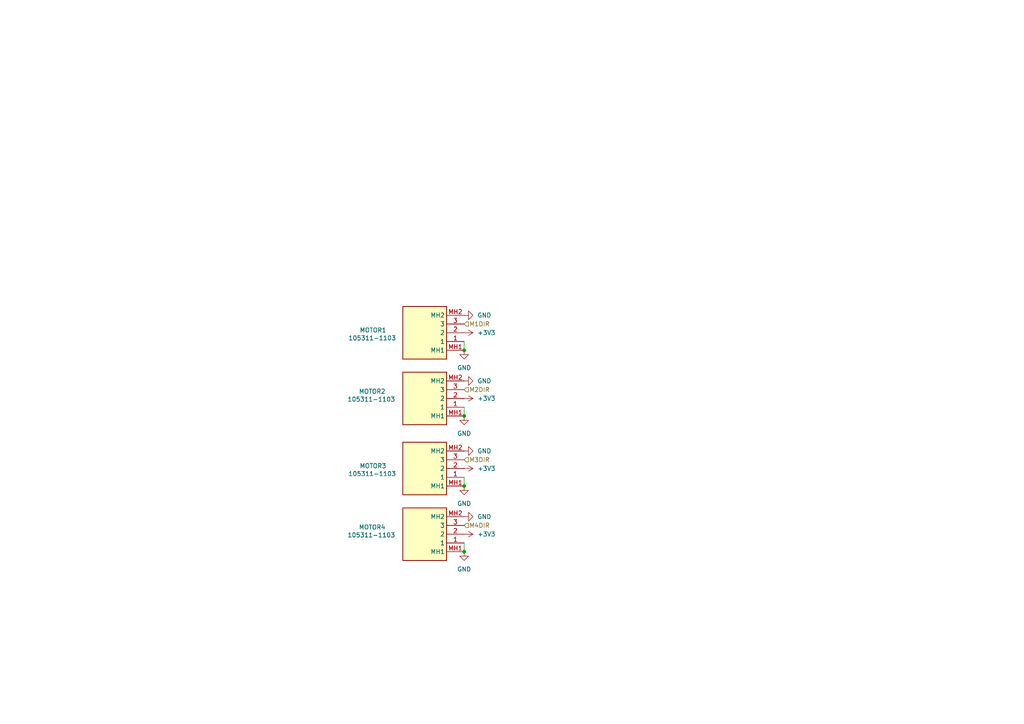
<source format=kicad_sch>
(kicad_sch
	(version 20231120)
	(generator "eeschema")
	(generator_version "8.0")
	(uuid "844f145a-7dfb-47ca-b971-e02bcfb3d6f6")
	(paper "A4")
	(lib_symbols
		(symbol "Library_Loader:105311-1103"
			(exclude_from_sim no)
			(in_bom yes)
			(on_board yes)
			(property "Reference" "J"
				(at 19.05 7.62 0)
				(effects
					(font
						(size 1.27 1.27)
					)
					(justify left top)
				)
			)
			(property "Value" "105311-1103"
				(at 19.05 5.08 0)
				(effects
					(font
						(size 1.27 1.27)
					)
					(justify left top)
				)
			)
			(property "Footprint" "1053111103"
				(at 19.05 -94.92 0)
				(effects
					(font
						(size 1.27 1.27)
					)
					(justify left top)
					(hide yes)
				)
			)
			(property "Datasheet" "https://www.molex.com/pdm_docs/sd/1053111103_sd.pdf"
				(at 19.05 -194.92 0)
				(effects
					(font
						(size 1.27 1.27)
					)
					(justify left top)
					(hide yes)
				)
			)
			(property "Description" "Headers & Wire Housings NANOFIT HDR VT SGL FRK 3CKT TIN BLK"
				(at 0 0 0)
				(effects
					(font
						(size 1.27 1.27)
					)
					(hide yes)
				)
			)
			(property "Height" "10.71"
				(at 19.05 -394.92 0)
				(effects
					(font
						(size 1.27 1.27)
					)
					(justify left top)
					(hide yes)
				)
			)
			(property "Mouser Part Number" "538-105311-1103"
				(at 19.05 -494.92 0)
				(effects
					(font
						(size 1.27 1.27)
					)
					(justify left top)
					(hide yes)
				)
			)
			(property "Mouser Price/Stock" "https://www.mouser.co.uk/ProductDetail/Molex/105311-1103?qs=5aG0NVq1C4wR26wp%2FKUPmg%3D%3D"
				(at 19.05 -594.92 0)
				(effects
					(font
						(size 1.27 1.27)
					)
					(justify left top)
					(hide yes)
				)
			)
			(property "Manufacturer_Name" "Molex"
				(at 19.05 -694.92 0)
				(effects
					(font
						(size 1.27 1.27)
					)
					(justify left top)
					(hide yes)
				)
			)
			(property "Manufacturer_Part_Number" "105311-1103"
				(at 19.05 -794.92 0)
				(effects
					(font
						(size 1.27 1.27)
					)
					(justify left top)
					(hide yes)
				)
			)
			(symbol "105311-1103_1_1"
				(rectangle
					(start 5.08 2.54)
					(end 17.78 -12.7)
					(stroke
						(width 0.254)
						(type default)
					)
					(fill
						(type background)
					)
				)
				(pin passive line
					(at 0 -2.54 0)
					(length 5.08)
					(name "1"
						(effects
							(font
								(size 1.27 1.27)
							)
						)
					)
					(number "1"
						(effects
							(font
								(size 1.27 1.27)
							)
						)
					)
				)
				(pin passive line
					(at 0 -5.08 0)
					(length 5.08)
					(name "2"
						(effects
							(font
								(size 1.27 1.27)
							)
						)
					)
					(number "2"
						(effects
							(font
								(size 1.27 1.27)
							)
						)
					)
				)
				(pin passive line
					(at 0 -7.62 0)
					(length 5.08)
					(name "3"
						(effects
							(font
								(size 1.27 1.27)
							)
						)
					)
					(number "3"
						(effects
							(font
								(size 1.27 1.27)
							)
						)
					)
				)
				(pin passive line
					(at 0 0 0)
					(length 5.08)
					(name "MH1"
						(effects
							(font
								(size 1.27 1.27)
							)
						)
					)
					(number "MH1"
						(effects
							(font
								(size 1.27 1.27)
							)
						)
					)
				)
				(pin passive line
					(at 0 -10.16 0)
					(length 5.08)
					(name "MH2"
						(effects
							(font
								(size 1.27 1.27)
							)
						)
					)
					(number "MH2"
						(effects
							(font
								(size 1.27 1.27)
							)
						)
					)
				)
			)
		)
		(symbol "power:+3V3"
			(power)
			(pin_numbers hide)
			(pin_names
				(offset 0) hide)
			(exclude_from_sim no)
			(in_bom yes)
			(on_board yes)
			(property "Reference" "#PWR"
				(at 0 -3.81 0)
				(effects
					(font
						(size 1.27 1.27)
					)
					(hide yes)
				)
			)
			(property "Value" "+3V3"
				(at 0 3.556 0)
				(effects
					(font
						(size 1.27 1.27)
					)
				)
			)
			(property "Footprint" ""
				(at 0 0 0)
				(effects
					(font
						(size 1.27 1.27)
					)
					(hide yes)
				)
			)
			(property "Datasheet" ""
				(at 0 0 0)
				(effects
					(font
						(size 1.27 1.27)
					)
					(hide yes)
				)
			)
			(property "Description" "Power symbol creates a global label with name \"+3V3\""
				(at 0 0 0)
				(effects
					(font
						(size 1.27 1.27)
					)
					(hide yes)
				)
			)
			(property "ki_keywords" "global power"
				(at 0 0 0)
				(effects
					(font
						(size 1.27 1.27)
					)
					(hide yes)
				)
			)
			(symbol "+3V3_0_1"
				(polyline
					(pts
						(xy -0.762 1.27) (xy 0 2.54)
					)
					(stroke
						(width 0)
						(type default)
					)
					(fill
						(type none)
					)
				)
				(polyline
					(pts
						(xy 0 0) (xy 0 2.54)
					)
					(stroke
						(width 0)
						(type default)
					)
					(fill
						(type none)
					)
				)
				(polyline
					(pts
						(xy 0 2.54) (xy 0.762 1.27)
					)
					(stroke
						(width 0)
						(type default)
					)
					(fill
						(type none)
					)
				)
			)
			(symbol "+3V3_1_1"
				(pin power_in line
					(at 0 0 90)
					(length 0)
					(name "~"
						(effects
							(font
								(size 1.27 1.27)
							)
						)
					)
					(number "1"
						(effects
							(font
								(size 1.27 1.27)
							)
						)
					)
				)
			)
		)
		(symbol "power:GND"
			(power)
			(pin_numbers hide)
			(pin_names
				(offset 0) hide)
			(exclude_from_sim no)
			(in_bom yes)
			(on_board yes)
			(property "Reference" "#PWR"
				(at 0 -6.35 0)
				(effects
					(font
						(size 1.27 1.27)
					)
					(hide yes)
				)
			)
			(property "Value" "GND"
				(at 0 -3.81 0)
				(effects
					(font
						(size 1.27 1.27)
					)
				)
			)
			(property "Footprint" ""
				(at 0 0 0)
				(effects
					(font
						(size 1.27 1.27)
					)
					(hide yes)
				)
			)
			(property "Datasheet" ""
				(at 0 0 0)
				(effects
					(font
						(size 1.27 1.27)
					)
					(hide yes)
				)
			)
			(property "Description" "Power symbol creates a global label with name \"GND\" , ground"
				(at 0 0 0)
				(effects
					(font
						(size 1.27 1.27)
					)
					(hide yes)
				)
			)
			(property "ki_keywords" "global power"
				(at 0 0 0)
				(effects
					(font
						(size 1.27 1.27)
					)
					(hide yes)
				)
			)
			(symbol "GND_0_1"
				(polyline
					(pts
						(xy 0 0) (xy 0 -1.27) (xy 1.27 -1.27) (xy 0 -2.54) (xy -1.27 -1.27) (xy 0 -1.27)
					)
					(stroke
						(width 0)
						(type default)
					)
					(fill
						(type none)
					)
				)
			)
			(symbol "GND_1_1"
				(pin power_in line
					(at 0 0 270)
					(length 0)
					(name "~"
						(effects
							(font
								(size 1.27 1.27)
							)
						)
					)
					(number "1"
						(effects
							(font
								(size 1.27 1.27)
							)
						)
					)
				)
			)
		)
	)
	(junction
		(at 134.62 140.97)
		(diameter 0)
		(color 0 0 0 0)
		(uuid "1b520dde-01e3-476a-973b-964ec630f4f1")
	)
	(junction
		(at 134.62 120.65)
		(diameter 0)
		(color 0 0 0 0)
		(uuid "6c80f6d9-4831-4fc3-97d6-ec49107e736e")
	)
	(junction
		(at 134.62 101.6)
		(diameter 0)
		(color 0 0 0 0)
		(uuid "c223ab21-1c17-4b1b-b62d-c08cbc953a11")
	)
	(junction
		(at 134.62 160.02)
		(diameter 0)
		(color 0 0 0 0)
		(uuid "d15b00b0-41e3-4613-ac7e-0de1c258e710")
	)
	(wire
		(pts
			(xy 134.62 118.11) (xy 134.62 120.65)
		)
		(stroke
			(width 0)
			(type default)
		)
		(uuid "38e41623-6bd4-465a-a843-012409743567")
	)
	(wire
		(pts
			(xy 134.62 138.43) (xy 134.62 140.97)
		)
		(stroke
			(width 0)
			(type default)
		)
		(uuid "ad7e0e79-90f6-41fc-ac0c-7562634fd0b4")
	)
	(wire
		(pts
			(xy 134.62 157.48) (xy 134.62 160.02)
		)
		(stroke
			(width 0)
			(type default)
		)
		(uuid "db36c661-482a-46a4-93cd-7eadcf8e6c2d")
	)
	(wire
		(pts
			(xy 134.62 99.06) (xy 134.62 101.6)
		)
		(stroke
			(width 0)
			(type default)
		)
		(uuid "dc81741a-e21d-4223-b6e8-47e637bc9cc1")
	)
	(hierarchical_label "M4DIR"
		(shape input)
		(at 134.62 152.4 0)
		(fields_autoplaced yes)
		(effects
			(font
				(size 1.27 1.27)
			)
			(justify left)
		)
		(uuid "38def043-3038-4273-96cf-f231ae3ac15a")
	)
	(hierarchical_label "M1DIR"
		(shape input)
		(at 134.62 93.98 0)
		(fields_autoplaced yes)
		(effects
			(font
				(size 1.27 1.27)
			)
			(justify left)
		)
		(uuid "7a2eb616-3b2d-4f1a-91dc-de8bb2e20c32")
	)
	(hierarchical_label "M2DIR"
		(shape input)
		(at 134.62 113.03 0)
		(fields_autoplaced yes)
		(effects
			(font
				(size 1.27 1.27)
			)
			(justify left)
		)
		(uuid "85179028-f5b6-4a17-9a08-74222de7261c")
	)
	(hierarchical_label "M3DIR"
		(shape input)
		(at 134.62 133.35 0)
		(fields_autoplaced yes)
		(effects
			(font
				(size 1.27 1.27)
			)
			(justify left)
		)
		(uuid "b67b3dd6-2ad8-4ec1-b5af-26b621476105")
	)
	(symbol
		(lib_id "power:GND")
		(at 134.62 110.49 90)
		(unit 1)
		(exclude_from_sim no)
		(in_bom yes)
		(on_board yes)
		(dnp no)
		(fields_autoplaced yes)
		(uuid "14b0cab2-25fa-47a0-bb3c-b28525e8d06d")
		(property "Reference" "#PWR049"
			(at 140.97 110.49 0)
			(effects
				(font
					(size 1.27 1.27)
				)
				(hide yes)
			)
		)
		(property "Value" "GND"
			(at 138.43 110.4899 90)
			(effects
				(font
					(size 1.27 1.27)
				)
				(justify right)
			)
		)
		(property "Footprint" ""
			(at 134.62 110.49 0)
			(effects
				(font
					(size 1.27 1.27)
				)
				(hide yes)
			)
		)
		(property "Datasheet" ""
			(at 134.62 110.49 0)
			(effects
				(font
					(size 1.27 1.27)
				)
				(hide yes)
			)
		)
		(property "Description" "Power symbol creates a global label with name \"GND\" , ground"
			(at 134.62 110.49 0)
			(effects
				(font
					(size 1.27 1.27)
				)
				(hide yes)
			)
		)
		(pin "1"
			(uuid "71606e45-94f7-4478-84da-7dbba8247bce")
		)
		(instances
			(project "PCB_CDFR"
				(path "/3c3cb7cd-e8cc-430c-ac5b-45b76eff6266/4f698517-52b8-4278-99f7-d5d08d8bed77"
					(reference "#PWR049")
					(unit 1)
				)
			)
		)
	)
	(symbol
		(lib_id "power:+3V3")
		(at 134.62 135.89 270)
		(unit 1)
		(exclude_from_sim no)
		(in_bom yes)
		(on_board yes)
		(dnp no)
		(fields_autoplaced yes)
		(uuid "1b671bb2-8b61-44fb-a3ca-0cc541e35975")
		(property "Reference" "#PWR071"
			(at 130.81 135.89 0)
			(effects
				(font
					(size 1.27 1.27)
				)
				(hide yes)
			)
		)
		(property "Value" "+3V3"
			(at 138.43 135.8899 90)
			(effects
				(font
					(size 1.27 1.27)
				)
				(justify left)
			)
		)
		(property "Footprint" ""
			(at 134.62 135.89 0)
			(effects
				(font
					(size 1.27 1.27)
				)
				(hide yes)
			)
		)
		(property "Datasheet" ""
			(at 134.62 135.89 0)
			(effects
				(font
					(size 1.27 1.27)
				)
				(hide yes)
			)
		)
		(property "Description" "Power symbol creates a global label with name \"+3V3\""
			(at 134.62 135.89 0)
			(effects
				(font
					(size 1.27 1.27)
				)
				(hide yes)
			)
		)
		(pin "1"
			(uuid "ded34459-68de-4255-b191-cd5feb1dbbc9")
		)
		(instances
			(project "PCB_CDFR"
				(path "/3c3cb7cd-e8cc-430c-ac5b-45b76eff6266/4f698517-52b8-4278-99f7-d5d08d8bed77"
					(reference "#PWR071")
					(unit 1)
				)
			)
		)
	)
	(symbol
		(lib_id "power:GND")
		(at 134.62 140.97 0)
		(unit 1)
		(exclude_from_sim no)
		(in_bom yes)
		(on_board yes)
		(dnp no)
		(fields_autoplaced yes)
		(uuid "3d70bed4-43cb-4ede-bc38-59b611a00f44")
		(property "Reference" "#PWR031"
			(at 134.62 147.32 0)
			(effects
				(font
					(size 1.27 1.27)
				)
				(hide yes)
			)
		)
		(property "Value" "GND"
			(at 134.62 146.05 0)
			(effects
				(font
					(size 1.27 1.27)
				)
			)
		)
		(property "Footprint" ""
			(at 134.62 140.97 0)
			(effects
				(font
					(size 1.27 1.27)
				)
				(hide yes)
			)
		)
		(property "Datasheet" ""
			(at 134.62 140.97 0)
			(effects
				(font
					(size 1.27 1.27)
				)
				(hide yes)
			)
		)
		(property "Description" "Power symbol creates a global label with name \"GND\" , ground"
			(at 134.62 140.97 0)
			(effects
				(font
					(size 1.27 1.27)
				)
				(hide yes)
			)
		)
		(pin "1"
			(uuid "c468f231-82d4-4e8a-9358-99daf4e2dcc8")
		)
		(instances
			(project "PCB_CDFR"
				(path "/3c3cb7cd-e8cc-430c-ac5b-45b76eff6266/4f698517-52b8-4278-99f7-d5d08d8bed77"
					(reference "#PWR031")
					(unit 1)
				)
			)
		)
	)
	(symbol
		(lib_id "power:GND")
		(at 134.62 149.86 90)
		(unit 1)
		(exclude_from_sim no)
		(in_bom yes)
		(on_board yes)
		(dnp no)
		(fields_autoplaced yes)
		(uuid "4466a905-7d63-4641-b08b-1ef053ec8f24")
		(property "Reference" "#PWR033"
			(at 140.97 149.86 0)
			(effects
				(font
					(size 1.27 1.27)
				)
				(hide yes)
			)
		)
		(property "Value" "GND"
			(at 138.43 149.8599 90)
			(effects
				(font
					(size 1.27 1.27)
				)
				(justify right)
			)
		)
		(property "Footprint" ""
			(at 134.62 149.86 0)
			(effects
				(font
					(size 1.27 1.27)
				)
				(hide yes)
			)
		)
		(property "Datasheet" ""
			(at 134.62 149.86 0)
			(effects
				(font
					(size 1.27 1.27)
				)
				(hide yes)
			)
		)
		(property "Description" "Power symbol creates a global label with name \"GND\" , ground"
			(at 134.62 149.86 0)
			(effects
				(font
					(size 1.27 1.27)
				)
				(hide yes)
			)
		)
		(pin "1"
			(uuid "dfdd3f41-3c5d-47f1-9a84-b7e1f7b85717")
		)
		(instances
			(project "PCB_CDFR"
				(path "/3c3cb7cd-e8cc-430c-ac5b-45b76eff6266/4f698517-52b8-4278-99f7-d5d08d8bed77"
					(reference "#PWR033")
					(unit 1)
				)
			)
		)
	)
	(symbol
		(lib_id "Library_Loader:105311-1103")
		(at 134.62 160.02 180)
		(unit 1)
		(exclude_from_sim no)
		(in_bom yes)
		(on_board yes)
		(dnp no)
		(uuid "4e344cdb-6e03-46ef-a2e5-9ca70b90a0a3")
		(property "Reference" "MOTOR4"
			(at 107.95 152.908 0)
			(effects
				(font
					(size 1.27 1.27)
				)
			)
		)
		(property "Value" "105311-1103"
			(at 107.696 155.194 0)
			(effects
				(font
					(size 1.27 1.27)
				)
			)
		)
		(property "Footprint" "Library_Loader:1053111103"
			(at 115.57 65.1 0)
			(effects
				(font
					(size 1.27 1.27)
				)
				(justify left top)
				(hide yes)
			)
		)
		(property "Datasheet" "https://www.molex.com/pdm_docs/sd/1053111103_sd.pdf"
			(at 115.57 -34.9 0)
			(effects
				(font
					(size 1.27 1.27)
				)
				(justify left top)
				(hide yes)
			)
		)
		(property "Description" "Headers & Wire Housings NANOFIT HDR VT SGL FRK 3CKT TIN BLK"
			(at 134.62 160.02 0)
			(effects
				(font
					(size 1.27 1.27)
				)
				(hide yes)
			)
		)
		(property "Height" "10.71"
			(at 115.57 -234.9 0)
			(effects
				(font
					(size 1.27 1.27)
				)
				(justify left top)
				(hide yes)
			)
		)
		(property "Mouser Part Number" "538-105311-1103"
			(at 115.57 -334.9 0)
			(effects
				(font
					(size 1.27 1.27)
				)
				(justify left top)
				(hide yes)
			)
		)
		(property "Mouser Price/Stock" "https://www.mouser.co.uk/ProductDetail/Molex/105311-1103?qs=5aG0NVq1C4wR26wp%2FKUPmg%3D%3D"
			(at 115.57 -434.9 0)
			(effects
				(font
					(size 1.27 1.27)
				)
				(justify left top)
				(hide yes)
			)
		)
		(property "Manufacturer_Name" "Molex"
			(at 115.57 -534.9 0)
			(effects
				(font
					(size 1.27 1.27)
				)
				(justify left top)
				(hide yes)
			)
		)
		(property "Manufacturer_Part_Number" "105311-1103"
			(at 115.57 -634.9 0)
			(effects
				(font
					(size 1.27 1.27)
				)
				(justify left top)
				(hide yes)
			)
		)
		(pin "3"
			(uuid "cb6d529b-28a7-46d4-83c0-27ac5a9e7680")
		)
		(pin "MH2"
			(uuid "a8bb3be4-ab1f-429c-bd26-4b1f73253d19")
		)
		(pin "1"
			(uuid "e181658d-f8d4-45a7-b9e4-15f8b06bbb84")
		)
		(pin "2"
			(uuid "006c673d-747f-4a39-9cfe-5dfe2b49c506")
		)
		(pin "MH1"
			(uuid "dab1cd42-4a15-4ac8-acf9-5e5b68467cab")
		)
		(instances
			(project "PCB_CDFR"
				(path "/3c3cb7cd-e8cc-430c-ac5b-45b76eff6266/4f698517-52b8-4278-99f7-d5d08d8bed77"
					(reference "MOTOR4")
					(unit 1)
				)
			)
		)
	)
	(symbol
		(lib_id "power:+3V3")
		(at 134.62 96.52 270)
		(unit 1)
		(exclude_from_sim no)
		(in_bom yes)
		(on_board yes)
		(dnp no)
		(fields_autoplaced yes)
		(uuid "5856ba69-f19c-4a46-825f-497aa34e60df")
		(property "Reference" "#PWR018"
			(at 130.81 96.52 0)
			(effects
				(font
					(size 1.27 1.27)
				)
				(hide yes)
			)
		)
		(property "Value" "+3V3"
			(at 138.43 96.5199 90)
			(effects
				(font
					(size 1.27 1.27)
				)
				(justify left)
			)
		)
		(property "Footprint" ""
			(at 134.62 96.52 0)
			(effects
				(font
					(size 1.27 1.27)
				)
				(hide yes)
			)
		)
		(property "Datasheet" ""
			(at 134.62 96.52 0)
			(effects
				(font
					(size 1.27 1.27)
				)
				(hide yes)
			)
		)
		(property "Description" "Power symbol creates a global label with name \"+3V3\""
			(at 134.62 96.52 0)
			(effects
				(font
					(size 1.27 1.27)
				)
				(hide yes)
			)
		)
		(pin "1"
			(uuid "9ab099dc-978a-4be7-8179-088f55a28dd4")
		)
		(instances
			(project ""
				(path "/3c3cb7cd-e8cc-430c-ac5b-45b76eff6266/4f698517-52b8-4278-99f7-d5d08d8bed77"
					(reference "#PWR018")
					(unit 1)
				)
			)
		)
	)
	(symbol
		(lib_id "Library_Loader:105311-1103")
		(at 134.62 140.97 180)
		(unit 1)
		(exclude_from_sim no)
		(in_bom yes)
		(on_board yes)
		(dnp no)
		(uuid "591248a5-0e70-41e8-9b08-52263afbbfb7")
		(property "Reference" "MOTOR3"
			(at 108.204 135.128 0)
			(effects
				(font
					(size 1.27 1.27)
				)
			)
		)
		(property "Value" "105311-1103"
			(at 107.95 137.414 0)
			(effects
				(font
					(size 1.27 1.27)
				)
			)
		)
		(property "Footprint" "Library_Loader:1053111103"
			(at 115.57 46.05 0)
			(effects
				(font
					(size 1.27 1.27)
				)
				(justify left top)
				(hide yes)
			)
		)
		(property "Datasheet" "https://www.molex.com/pdm_docs/sd/1053111103_sd.pdf"
			(at 115.57 -53.95 0)
			(effects
				(font
					(size 1.27 1.27)
				)
				(justify left top)
				(hide yes)
			)
		)
		(property "Description" "Headers & Wire Housings NANOFIT HDR VT SGL FRK 3CKT TIN BLK"
			(at 134.62 140.97 0)
			(effects
				(font
					(size 1.27 1.27)
				)
				(hide yes)
			)
		)
		(property "Height" "10.71"
			(at 115.57 -253.95 0)
			(effects
				(font
					(size 1.27 1.27)
				)
				(justify left top)
				(hide yes)
			)
		)
		(property "Mouser Part Number" "538-105311-1103"
			(at 115.57 -353.95 0)
			(effects
				(font
					(size 1.27 1.27)
				)
				(justify left top)
				(hide yes)
			)
		)
		(property "Mouser Price/Stock" "https://www.mouser.co.uk/ProductDetail/Molex/105311-1103?qs=5aG0NVq1C4wR26wp%2FKUPmg%3D%3D"
			(at 115.57 -453.95 0)
			(effects
				(font
					(size 1.27 1.27)
				)
				(justify left top)
				(hide yes)
			)
		)
		(property "Manufacturer_Name" "Molex"
			(at 115.57 -553.95 0)
			(effects
				(font
					(size 1.27 1.27)
				)
				(justify left top)
				(hide yes)
			)
		)
		(property "Manufacturer_Part_Number" "105311-1103"
			(at 115.57 -653.95 0)
			(effects
				(font
					(size 1.27 1.27)
				)
				(justify left top)
				(hide yes)
			)
		)
		(pin "3"
			(uuid "6ffed3be-c922-449c-85a6-cf439f45bf70")
		)
		(pin "MH2"
			(uuid "ad41a89d-4d96-4cc2-a813-85dbd9c69af0")
		)
		(pin "1"
			(uuid "e1197941-a642-4ffd-8ef7-0de851ecd28c")
		)
		(pin "2"
			(uuid "a1b3575d-c0da-4d6d-ae48-0f2aad25da8d")
		)
		(pin "MH1"
			(uuid "3ba46ee6-f310-4e61-b3a7-05b0359d7d77")
		)
		(instances
			(project "PCB_CDFR"
				(path "/3c3cb7cd-e8cc-430c-ac5b-45b76eff6266/4f698517-52b8-4278-99f7-d5d08d8bed77"
					(reference "MOTOR3")
					(unit 1)
				)
			)
		)
	)
	(symbol
		(lib_id "power:GND")
		(at 134.62 130.81 90)
		(unit 1)
		(exclude_from_sim no)
		(in_bom yes)
		(on_board yes)
		(dnp no)
		(fields_autoplaced yes)
		(uuid "6486b365-beb8-495e-8bf8-7c97efe87439")
		(property "Reference" "#PWR030"
			(at 140.97 130.81 0)
			(effects
				(font
					(size 1.27 1.27)
				)
				(hide yes)
			)
		)
		(property "Value" "GND"
			(at 138.43 130.8099 90)
			(effects
				(font
					(size 1.27 1.27)
				)
				(justify right)
			)
		)
		(property "Footprint" ""
			(at 134.62 130.81 0)
			(effects
				(font
					(size 1.27 1.27)
				)
				(hide yes)
			)
		)
		(property "Datasheet" ""
			(at 134.62 130.81 0)
			(effects
				(font
					(size 1.27 1.27)
				)
				(hide yes)
			)
		)
		(property "Description" "Power symbol creates a global label with name \"GND\" , ground"
			(at 134.62 130.81 0)
			(effects
				(font
					(size 1.27 1.27)
				)
				(hide yes)
			)
		)
		(pin "1"
			(uuid "4a36b855-d71a-4fbd-9146-2069df4bde69")
		)
		(instances
			(project "PCB_CDFR"
				(path "/3c3cb7cd-e8cc-430c-ac5b-45b76eff6266/4f698517-52b8-4278-99f7-d5d08d8bed77"
					(reference "#PWR030")
					(unit 1)
				)
			)
		)
	)
	(symbol
		(lib_id "power:GND")
		(at 134.62 91.44 90)
		(unit 1)
		(exclude_from_sim no)
		(in_bom yes)
		(on_board yes)
		(dnp no)
		(fields_autoplaced yes)
		(uuid "77dd1137-e9ec-4f76-8c61-0ee42ca6e630")
		(property "Reference" "#PWR047"
			(at 140.97 91.44 0)
			(effects
				(font
					(size 1.27 1.27)
				)
				(hide yes)
			)
		)
		(property "Value" "GND"
			(at 138.43 91.4399 90)
			(effects
				(font
					(size 1.27 1.27)
				)
				(justify right)
			)
		)
		(property "Footprint" ""
			(at 134.62 91.44 0)
			(effects
				(font
					(size 1.27 1.27)
				)
				(hide yes)
			)
		)
		(property "Datasheet" ""
			(at 134.62 91.44 0)
			(effects
				(font
					(size 1.27 1.27)
				)
				(hide yes)
			)
		)
		(property "Description" "Power symbol creates a global label with name \"GND\" , ground"
			(at 134.62 91.44 0)
			(effects
				(font
					(size 1.27 1.27)
				)
				(hide yes)
			)
		)
		(pin "1"
			(uuid "4106d8e2-d4ce-4830-aa5b-7d85cb39a0f9")
		)
		(instances
			(project "PCB_CDFR"
				(path "/3c3cb7cd-e8cc-430c-ac5b-45b76eff6266/4f698517-52b8-4278-99f7-d5d08d8bed77"
					(reference "#PWR047")
					(unit 1)
				)
			)
		)
	)
	(symbol
		(lib_id "Library_Loader:105311-1103")
		(at 134.62 120.65 180)
		(unit 1)
		(exclude_from_sim no)
		(in_bom yes)
		(on_board yes)
		(dnp no)
		(uuid "7f51777f-24f4-48d0-8b8b-298a7e426022")
		(property "Reference" "MOTOR2"
			(at 107.95 113.538 0)
			(effects
				(font
					(size 1.27 1.27)
				)
			)
		)
		(property "Value" "105311-1103"
			(at 107.696 115.824 0)
			(effects
				(font
					(size 1.27 1.27)
				)
			)
		)
		(property "Footprint" "Library_Loader:1053111103"
			(at 115.57 25.73 0)
			(effects
				(font
					(size 1.27 1.27)
				)
				(justify left top)
				(hide yes)
			)
		)
		(property "Datasheet" "https://www.molex.com/pdm_docs/sd/1053111103_sd.pdf"
			(at 115.57 -74.27 0)
			(effects
				(font
					(size 1.27 1.27)
				)
				(justify left top)
				(hide yes)
			)
		)
		(property "Description" "Headers & Wire Housings NANOFIT HDR VT SGL FRK 3CKT TIN BLK"
			(at 134.62 120.65 0)
			(effects
				(font
					(size 1.27 1.27)
				)
				(hide yes)
			)
		)
		(property "Height" "10.71"
			(at 115.57 -274.27 0)
			(effects
				(font
					(size 1.27 1.27)
				)
				(justify left top)
				(hide yes)
			)
		)
		(property "Mouser Part Number" "538-105311-1103"
			(at 115.57 -374.27 0)
			(effects
				(font
					(size 1.27 1.27)
				)
				(justify left top)
				(hide yes)
			)
		)
		(property "Mouser Price/Stock" "https://www.mouser.co.uk/ProductDetail/Molex/105311-1103?qs=5aG0NVq1C4wR26wp%2FKUPmg%3D%3D"
			(at 115.57 -474.27 0)
			(effects
				(font
					(size 1.27 1.27)
				)
				(justify left top)
				(hide yes)
			)
		)
		(property "Manufacturer_Name" "Molex"
			(at 115.57 -574.27 0)
			(effects
				(font
					(size 1.27 1.27)
				)
				(justify left top)
				(hide yes)
			)
		)
		(property "Manufacturer_Part_Number" "105311-1103"
			(at 115.57 -674.27 0)
			(effects
				(font
					(size 1.27 1.27)
				)
				(justify left top)
				(hide yes)
			)
		)
		(pin "3"
			(uuid "43e3ace1-7cc7-453d-8cbd-6842427c7b35")
		)
		(pin "MH2"
			(uuid "ac7a64e7-1b9b-4ba4-ac96-a96a49b9fff8")
		)
		(pin "1"
			(uuid "45ae8736-ca23-411b-9942-96d55ef7e49b")
		)
		(pin "2"
			(uuid "357fa037-7a99-4c6b-b41a-8f97949774b6")
		)
		(pin "MH1"
			(uuid "ddfdb13f-bb12-422f-a24b-2d08899e0ac0")
		)
		(instances
			(project "PCB_CDFR"
				(path "/3c3cb7cd-e8cc-430c-ac5b-45b76eff6266/4f698517-52b8-4278-99f7-d5d08d8bed77"
					(reference "MOTOR2")
					(unit 1)
				)
			)
		)
	)
	(symbol
		(lib_id "power:+3V3")
		(at 134.62 115.57 270)
		(unit 1)
		(exclude_from_sim no)
		(in_bom yes)
		(on_board yes)
		(dnp no)
		(fields_autoplaced yes)
		(uuid "8c2fb449-5696-4054-b40f-bf90016c1097")
		(property "Reference" "#PWR09"
			(at 130.81 115.57 0)
			(effects
				(font
					(size 1.27 1.27)
				)
				(hide yes)
			)
		)
		(property "Value" "+3V3"
			(at 138.43 115.5699 90)
			(effects
				(font
					(size 1.27 1.27)
				)
				(justify left)
			)
		)
		(property "Footprint" ""
			(at 134.62 115.57 0)
			(effects
				(font
					(size 1.27 1.27)
				)
				(hide yes)
			)
		)
		(property "Datasheet" ""
			(at 134.62 115.57 0)
			(effects
				(font
					(size 1.27 1.27)
				)
				(hide yes)
			)
		)
		(property "Description" "Power symbol creates a global label with name \"+3V3\""
			(at 134.62 115.57 0)
			(effects
				(font
					(size 1.27 1.27)
				)
				(hide yes)
			)
		)
		(pin "1"
			(uuid "40059936-2e2c-47d4-af44-9baf763ef47c")
		)
		(instances
			(project "PCB_CDFR"
				(path "/3c3cb7cd-e8cc-430c-ac5b-45b76eff6266/4f698517-52b8-4278-99f7-d5d08d8bed77"
					(reference "#PWR09")
					(unit 1)
				)
			)
		)
	)
	(symbol
		(lib_id "power:GND")
		(at 134.62 120.65 0)
		(unit 1)
		(exclude_from_sim no)
		(in_bom yes)
		(on_board yes)
		(dnp no)
		(fields_autoplaced yes)
		(uuid "9d62bbea-5972-43f7-b16e-081508d10e1a")
		(property "Reference" "#PWR050"
			(at 134.62 127 0)
			(effects
				(font
					(size 1.27 1.27)
				)
				(hide yes)
			)
		)
		(property "Value" "GND"
			(at 134.62 125.73 0)
			(effects
				(font
					(size 1.27 1.27)
				)
			)
		)
		(property "Footprint" ""
			(at 134.62 120.65 0)
			(effects
				(font
					(size 1.27 1.27)
				)
				(hide yes)
			)
		)
		(property "Datasheet" ""
			(at 134.62 120.65 0)
			(effects
				(font
					(size 1.27 1.27)
				)
				(hide yes)
			)
		)
		(property "Description" "Power symbol creates a global label with name \"GND\" , ground"
			(at 134.62 120.65 0)
			(effects
				(font
					(size 1.27 1.27)
				)
				(hide yes)
			)
		)
		(pin "1"
			(uuid "d50d04dd-5665-4aa8-8833-0d4ad634cddc")
		)
		(instances
			(project "PCB_CDFR"
				(path "/3c3cb7cd-e8cc-430c-ac5b-45b76eff6266/4f698517-52b8-4278-99f7-d5d08d8bed77"
					(reference "#PWR050")
					(unit 1)
				)
			)
		)
	)
	(symbol
		(lib_id "Library_Loader:105311-1103")
		(at 134.62 101.6 180)
		(unit 1)
		(exclude_from_sim no)
		(in_bom yes)
		(on_board yes)
		(dnp no)
		(uuid "a922e2a9-ae08-41cf-8b89-13f03b67597b")
		(property "Reference" "MOTOR1"
			(at 108.204 95.758 0)
			(effects
				(font
					(size 1.27 1.27)
				)
			)
		)
		(property "Value" "105311-1103"
			(at 107.95 98.044 0)
			(effects
				(font
					(size 1.27 1.27)
				)
			)
		)
		(property "Footprint" "Library_Loader:1053111103"
			(at 115.57 6.68 0)
			(effects
				(font
					(size 1.27 1.27)
				)
				(justify left top)
				(hide yes)
			)
		)
		(property "Datasheet" "https://www.molex.com/pdm_docs/sd/1053111103_sd.pdf"
			(at 115.57 -93.32 0)
			(effects
				(font
					(size 1.27 1.27)
				)
				(justify left top)
				(hide yes)
			)
		)
		(property "Description" "Headers & Wire Housings NANOFIT HDR VT SGL FRK 3CKT TIN BLK"
			(at 134.62 101.6 0)
			(effects
				(font
					(size 1.27 1.27)
				)
				(hide yes)
			)
		)
		(property "Height" "10.71"
			(at 115.57 -293.32 0)
			(effects
				(font
					(size 1.27 1.27)
				)
				(justify left top)
				(hide yes)
			)
		)
		(property "Mouser Part Number" "538-105311-1103"
			(at 115.57 -393.32 0)
			(effects
				(font
					(size 1.27 1.27)
				)
				(justify left top)
				(hide yes)
			)
		)
		(property "Mouser Price/Stock" "https://www.mouser.co.uk/ProductDetail/Molex/105311-1103?qs=5aG0NVq1C4wR26wp%2FKUPmg%3D%3D"
			(at 115.57 -493.32 0)
			(effects
				(font
					(size 1.27 1.27)
				)
				(justify left top)
				(hide yes)
			)
		)
		(property "Manufacturer_Name" "Molex"
			(at 115.57 -593.32 0)
			(effects
				(font
					(size 1.27 1.27)
				)
				(justify left top)
				(hide yes)
			)
		)
		(property "Manufacturer_Part_Number" "105311-1103"
			(at 115.57 -693.32 0)
			(effects
				(font
					(size 1.27 1.27)
				)
				(justify left top)
				(hide yes)
			)
		)
		(pin "3"
			(uuid "c1e8df5b-179c-4b77-af8c-a83144ecd9c2")
		)
		(pin "MH2"
			(uuid "bc2eee05-1206-4cad-9d0d-b9ee9cd320b7")
		)
		(pin "1"
			(uuid "41a9a9e0-dc77-4184-a0e7-1d056fc4eb1c")
		)
		(pin "2"
			(uuid "443b83c0-caef-460a-8855-e78057298ae1")
		)
		(pin "MH1"
			(uuid "49f2babc-f9fa-4c8f-b1ef-c675dc8c1381")
		)
		(instances
			(project "PCB_CDFR"
				(path "/3c3cb7cd-e8cc-430c-ac5b-45b76eff6266/4f698517-52b8-4278-99f7-d5d08d8bed77"
					(reference "MOTOR1")
					(unit 1)
				)
			)
		)
	)
	(symbol
		(lib_id "power:+3V3")
		(at 134.62 154.94 270)
		(unit 1)
		(exclude_from_sim no)
		(in_bom yes)
		(on_board yes)
		(dnp no)
		(fields_autoplaced yes)
		(uuid "b530e9ba-241c-49d0-98dd-2b94d95e1c30")
		(property "Reference" "#PWR072"
			(at 130.81 154.94 0)
			(effects
				(font
					(size 1.27 1.27)
				)
				(hide yes)
			)
		)
		(property "Value" "+3V3"
			(at 138.43 154.9399 90)
			(effects
				(font
					(size 1.27 1.27)
				)
				(justify left)
			)
		)
		(property "Footprint" ""
			(at 134.62 154.94 0)
			(effects
				(font
					(size 1.27 1.27)
				)
				(hide yes)
			)
		)
		(property "Datasheet" ""
			(at 134.62 154.94 0)
			(effects
				(font
					(size 1.27 1.27)
				)
				(hide yes)
			)
		)
		(property "Description" "Power symbol creates a global label with name \"+3V3\""
			(at 134.62 154.94 0)
			(effects
				(font
					(size 1.27 1.27)
				)
				(hide yes)
			)
		)
		(pin "1"
			(uuid "a85a7cec-ee1f-4b16-b5d4-c7ec73c0c35b")
		)
		(instances
			(project "PCB_CDFR"
				(path "/3c3cb7cd-e8cc-430c-ac5b-45b76eff6266/4f698517-52b8-4278-99f7-d5d08d8bed77"
					(reference "#PWR072")
					(unit 1)
				)
			)
		)
	)
	(symbol
		(lib_id "power:GND")
		(at 134.62 160.02 0)
		(unit 1)
		(exclude_from_sim no)
		(in_bom yes)
		(on_board yes)
		(dnp no)
		(fields_autoplaced yes)
		(uuid "bfe325ad-8ac7-49e0-935b-6645c90f8805")
		(property "Reference" "#PWR034"
			(at 134.62 166.37 0)
			(effects
				(font
					(size 1.27 1.27)
				)
				(hide yes)
			)
		)
		(property "Value" "GND"
			(at 134.62 165.1 0)
			(effects
				(font
					(size 1.27 1.27)
				)
			)
		)
		(property "Footprint" ""
			(at 134.62 160.02 0)
			(effects
				(font
					(size 1.27 1.27)
				)
				(hide yes)
			)
		)
		(property "Datasheet" ""
			(at 134.62 160.02 0)
			(effects
				(font
					(size 1.27 1.27)
				)
				(hide yes)
			)
		)
		(property "Description" "Power symbol creates a global label with name \"GND\" , ground"
			(at 134.62 160.02 0)
			(effects
				(font
					(size 1.27 1.27)
				)
				(hide yes)
			)
		)
		(pin "1"
			(uuid "4868c3b9-5a36-4d42-adb9-6f2265ca3910")
		)
		(instances
			(project "PCB_CDFR"
				(path "/3c3cb7cd-e8cc-430c-ac5b-45b76eff6266/4f698517-52b8-4278-99f7-d5d08d8bed77"
					(reference "#PWR034")
					(unit 1)
				)
			)
		)
	)
	(symbol
		(lib_id "power:GND")
		(at 134.62 101.6 0)
		(unit 1)
		(exclude_from_sim no)
		(in_bom yes)
		(on_board yes)
		(dnp no)
		(fields_autoplaced yes)
		(uuid "f6843109-6958-4eec-8d31-7d465ff4a350")
		(property "Reference" "#PWR048"
			(at 134.62 107.95 0)
			(effects
				(font
					(size 1.27 1.27)
				)
				(hide yes)
			)
		)
		(property "Value" "GND"
			(at 134.62 106.68 0)
			(effects
				(font
					(size 1.27 1.27)
				)
			)
		)
		(property "Footprint" ""
			(at 134.62 101.6 0)
			(effects
				(font
					(size 1.27 1.27)
				)
				(hide yes)
			)
		)
		(property "Datasheet" ""
			(at 134.62 101.6 0)
			(effects
				(font
					(size 1.27 1.27)
				)
				(hide yes)
			)
		)
		(property "Description" "Power symbol creates a global label with name \"GND\" , ground"
			(at 134.62 101.6 0)
			(effects
				(font
					(size 1.27 1.27)
				)
				(hide yes)
			)
		)
		(pin "1"
			(uuid "792d1bd8-df27-4f47-9187-b9edc5f6a09d")
		)
		(instances
			(project "PCB_CDFR"
				(path "/3c3cb7cd-e8cc-430c-ac5b-45b76eff6266/4f698517-52b8-4278-99f7-d5d08d8bed77"
					(reference "#PWR048")
					(unit 1)
				)
			)
		)
	)
)

</source>
